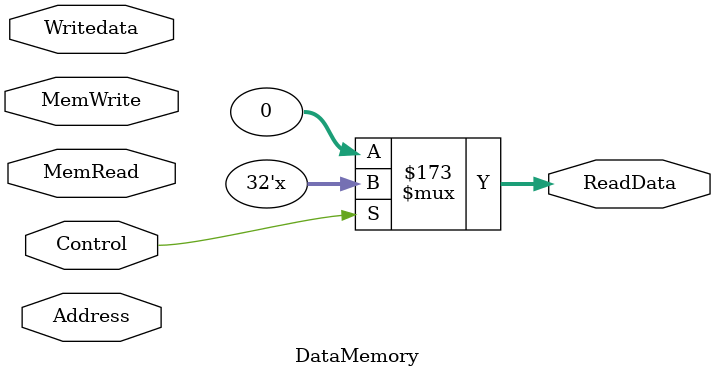
<source format=v>
module DataMemory (Address, Writedata, Control, MemRead, MemWrite, ReadData);
input [31:0] Address;
input [31:0] Writedata;
input Control;
input MemRead, MemWrite;
output reg [31:0] ReadData;
reg [31:0] Mem[5:0];
initial begin
//putting some initial binary values in memory to be read or when written on these same
//addresses modified
Mem[0] = 32'b00000000000000000000000000000000;
Mem[1] = 32'b00000000000000000000000000000001;
Mem[2] = 32'b00000000000000000000000000000010;
Mem[3] = 32'b00000000000000000000000000000011;
Mem[4] = 32'b00000000000000000000000000000100;
Mem[5] = 32'b00000000000000000000000000000101;
end
always @* begin
//when control signal is one means data memory will be used
if (Control) begin
//when MemRead is enabled based on specific address 32 bit binary is read from memory and
//given to ReadData pin
if (MemRead) begin
ReadData = Mem[Address];
//When MemWrite is enabled based on address specified 32 bit binary is written on
//that address in memory
end else if (MemWrite) begin
Mem[Address] <= Writedata;
end
end else begin // Control signal is 0, hold output to 0
ReadData = 32'b0;
end
end
endmodule

</source>
